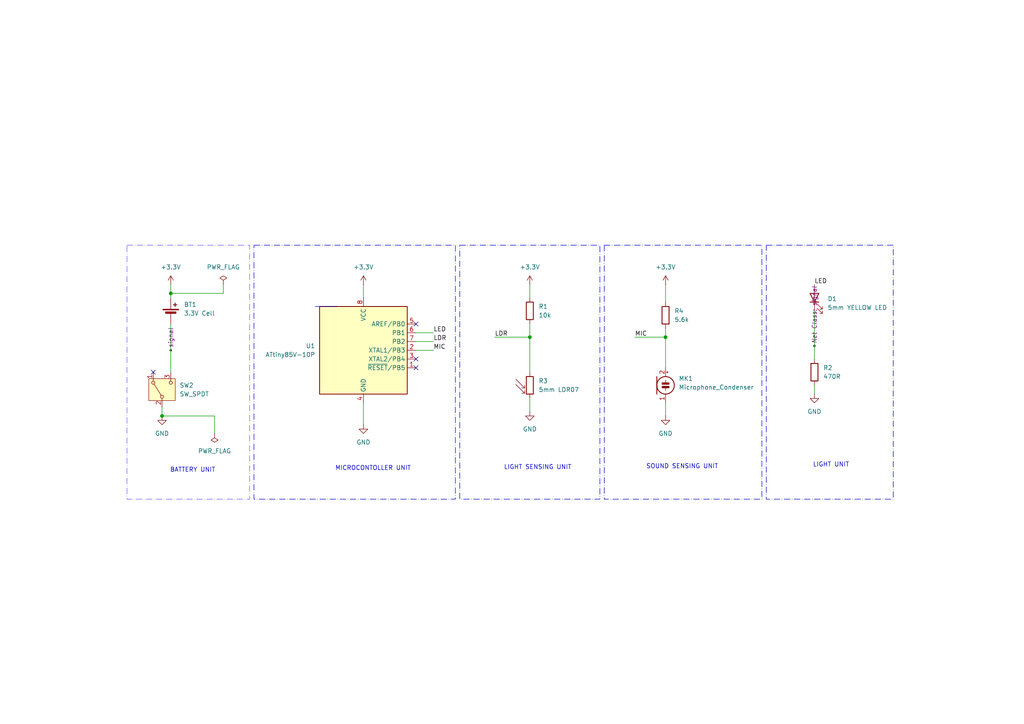
<source format=kicad_sch>
(kicad_sch
	(version 20231120)
	(generator "eeschema")
	(generator_version "8.0")
	(uuid "466270e6-f3dd-407c-b53e-389573e0a797")
	(paper "A4")
	(title_block
		(title "DIGITAL DIYA")
		(date "2024-07-30")
		(rev "V1")
		(company "IRPE; CU")
	)
	(lib_symbols
		(symbol "Device:Battery_Cell"
			(pin_numbers hide)
			(pin_names
				(offset 0) hide)
			(exclude_from_sim no)
			(in_bom yes)
			(on_board yes)
			(property "Reference" "BT"
				(at 2.54 2.54 0)
				(effects
					(font
						(size 1.27 1.27)
					)
					(justify left)
				)
			)
			(property "Value" "Battery_Cell"
				(at 2.54 0 0)
				(effects
					(font
						(size 1.27 1.27)
					)
					(justify left)
				)
			)
			(property "Footprint" ""
				(at 0 1.524 90)
				(effects
					(font
						(size 1.27 1.27)
					)
					(hide yes)
				)
			)
			(property "Datasheet" "~"
				(at 0 1.524 90)
				(effects
					(font
						(size 1.27 1.27)
					)
					(hide yes)
				)
			)
			(property "Description" "Single-cell battery"
				(at 0 0 0)
				(effects
					(font
						(size 1.27 1.27)
					)
					(hide yes)
				)
			)
			(property "ki_keywords" "battery cell"
				(at 0 0 0)
				(effects
					(font
						(size 1.27 1.27)
					)
					(hide yes)
				)
			)
			(symbol "Battery_Cell_0_1"
				(rectangle
					(start -2.286 1.778)
					(end 2.286 1.524)
					(stroke
						(width 0)
						(type default)
					)
					(fill
						(type outline)
					)
				)
				(rectangle
					(start -1.524 1.016)
					(end 1.524 0.508)
					(stroke
						(width 0)
						(type default)
					)
					(fill
						(type outline)
					)
				)
				(polyline
					(pts
						(xy 0 0.762) (xy 0 0)
					)
					(stroke
						(width 0)
						(type default)
					)
					(fill
						(type none)
					)
				)
				(polyline
					(pts
						(xy 0 1.778) (xy 0 2.54)
					)
					(stroke
						(width 0)
						(type default)
					)
					(fill
						(type none)
					)
				)
				(polyline
					(pts
						(xy 0.762 3.048) (xy 1.778 3.048)
					)
					(stroke
						(width 0.254)
						(type default)
					)
					(fill
						(type none)
					)
				)
				(polyline
					(pts
						(xy 1.27 3.556) (xy 1.27 2.54)
					)
					(stroke
						(width 0.254)
						(type default)
					)
					(fill
						(type none)
					)
				)
			)
			(symbol "Battery_Cell_1_1"
				(pin passive line
					(at 0 5.08 270)
					(length 2.54)
					(name "+"
						(effects
							(font
								(size 1.27 1.27)
							)
						)
					)
					(number "1"
						(effects
							(font
								(size 1.27 1.27)
							)
						)
					)
				)
				(pin passive line
					(at 0 -2.54 90)
					(length 2.54)
					(name "-"
						(effects
							(font
								(size 1.27 1.27)
							)
						)
					)
					(number "2"
						(effects
							(font
								(size 1.27 1.27)
							)
						)
					)
				)
			)
		)
		(symbol "Device:LED"
			(pin_numbers hide)
			(pin_names
				(offset 1.016) hide)
			(exclude_from_sim no)
			(in_bom yes)
			(on_board yes)
			(property "Reference" "D"
				(at 0 2.54 0)
				(effects
					(font
						(size 1.27 1.27)
					)
				)
			)
			(property "Value" "LED"
				(at 0 -2.54 0)
				(effects
					(font
						(size 1.27 1.27)
					)
				)
			)
			(property "Footprint" ""
				(at 0 0 0)
				(effects
					(font
						(size 1.27 1.27)
					)
					(hide yes)
				)
			)
			(property "Datasheet" "~"
				(at 0 0 0)
				(effects
					(font
						(size 1.27 1.27)
					)
					(hide yes)
				)
			)
			(property "Description" "Light emitting diode"
				(at 0 0 0)
				(effects
					(font
						(size 1.27 1.27)
					)
					(hide yes)
				)
			)
			(property "ki_keywords" "LED diode"
				(at 0 0 0)
				(effects
					(font
						(size 1.27 1.27)
					)
					(hide yes)
				)
			)
			(property "ki_fp_filters" "LED* LED_SMD:* LED_THT:*"
				(at 0 0 0)
				(effects
					(font
						(size 1.27 1.27)
					)
					(hide yes)
				)
			)
			(symbol "LED_0_1"
				(polyline
					(pts
						(xy -1.27 -1.27) (xy -1.27 1.27)
					)
					(stroke
						(width 0.254)
						(type default)
					)
					(fill
						(type none)
					)
				)
				(polyline
					(pts
						(xy -1.27 0) (xy 1.27 0)
					)
					(stroke
						(width 0)
						(type default)
					)
					(fill
						(type none)
					)
				)
				(polyline
					(pts
						(xy 1.27 -1.27) (xy 1.27 1.27) (xy -1.27 0) (xy 1.27 -1.27)
					)
					(stroke
						(width 0.254)
						(type default)
					)
					(fill
						(type none)
					)
				)
				(polyline
					(pts
						(xy -3.048 -0.762) (xy -4.572 -2.286) (xy -3.81 -2.286) (xy -4.572 -2.286) (xy -4.572 -1.524)
					)
					(stroke
						(width 0)
						(type default)
					)
					(fill
						(type none)
					)
				)
				(polyline
					(pts
						(xy -1.778 -0.762) (xy -3.302 -2.286) (xy -2.54 -2.286) (xy -3.302 -2.286) (xy -3.302 -1.524)
					)
					(stroke
						(width 0)
						(type default)
					)
					(fill
						(type none)
					)
				)
			)
			(symbol "LED_1_1"
				(pin passive line
					(at -3.81 0 0)
					(length 2.54)
					(name "K"
						(effects
							(font
								(size 1.27 1.27)
							)
						)
					)
					(number "1"
						(effects
							(font
								(size 1.27 1.27)
							)
						)
					)
				)
				(pin passive line
					(at 3.81 0 180)
					(length 2.54)
					(name "A"
						(effects
							(font
								(size 1.27 1.27)
							)
						)
					)
					(number "2"
						(effects
							(font
								(size 1.27 1.27)
							)
						)
					)
				)
			)
		)
		(symbol "Device:Microphone_Condenser"
			(pin_names
				(offset 0.0254) hide)
			(exclude_from_sim no)
			(in_bom yes)
			(on_board yes)
			(property "Reference" "MK"
				(at -3.302 1.27 0)
				(effects
					(font
						(size 1.27 1.27)
					)
					(justify right)
				)
			)
			(property "Value" "Microphone_Condenser"
				(at -3.302 -0.635 0)
				(effects
					(font
						(size 1.27 1.27)
					)
					(justify right)
				)
			)
			(property "Footprint" ""
				(at 0 2.54 90)
				(effects
					(font
						(size 1.27 1.27)
					)
					(hide yes)
				)
			)
			(property "Datasheet" "~"
				(at 0 2.54 90)
				(effects
					(font
						(size 1.27 1.27)
					)
					(hide yes)
				)
			)
			(property "Description" "Condenser microphone"
				(at 0 0 0)
				(effects
					(font
						(size 1.27 1.27)
					)
					(hide yes)
				)
			)
			(property "ki_keywords" "capacitance condenser microphone"
				(at 0 0 0)
				(effects
					(font
						(size 1.27 1.27)
					)
					(hide yes)
				)
			)
			(symbol "Microphone_Condenser_0_1"
				(polyline
					(pts
						(xy -2.54 2.54) (xy -2.54 -2.54)
					)
					(stroke
						(width 0.254)
						(type default)
					)
					(fill
						(type none)
					)
				)
				(polyline
					(pts
						(xy 0 -0.762) (xy 0 -1.524)
					)
					(stroke
						(width 0)
						(type default)
					)
					(fill
						(type none)
					)
				)
				(polyline
					(pts
						(xy 0 0.762) (xy 0 1.524)
					)
					(stroke
						(width 0)
						(type default)
					)
					(fill
						(type none)
					)
				)
				(polyline
					(pts
						(xy 0.254 3.81) (xy 0.762 3.81)
					)
					(stroke
						(width 0)
						(type default)
					)
					(fill
						(type none)
					)
				)
				(polyline
					(pts
						(xy 0.508 4.064) (xy 0.508 3.556)
					)
					(stroke
						(width 0)
						(type default)
					)
					(fill
						(type none)
					)
				)
				(circle
					(center 0 0)
					(radius 2.54)
					(stroke
						(width 0.254)
						(type default)
					)
					(fill
						(type none)
					)
				)
				(rectangle
					(start 1.016 -0.254)
					(end -1.016 -0.762)
					(stroke
						(width 0)
						(type default)
					)
					(fill
						(type outline)
					)
				)
				(rectangle
					(start 1.016 0.762)
					(end -1.016 0.254)
					(stroke
						(width 0)
						(type default)
					)
					(fill
						(type outline)
					)
				)
			)
			(symbol "Microphone_Condenser_1_1"
				(pin passive line
					(at 0 -5.08 90)
					(length 2.54)
					(name "-"
						(effects
							(font
								(size 1.27 1.27)
							)
						)
					)
					(number "1"
						(effects
							(font
								(size 1.27 1.27)
							)
						)
					)
				)
				(pin passive line
					(at 0 5.08 270)
					(length 2.54)
					(name "+"
						(effects
							(font
								(size 1.27 1.27)
							)
						)
					)
					(number "2"
						(effects
							(font
								(size 1.27 1.27)
							)
						)
					)
				)
			)
		)
		(symbol "Device:R"
			(pin_numbers hide)
			(pin_names
				(offset 0)
			)
			(exclude_from_sim no)
			(in_bom yes)
			(on_board yes)
			(property "Reference" "R"
				(at 2.032 0 90)
				(effects
					(font
						(size 1.27 1.27)
					)
				)
			)
			(property "Value" "R"
				(at 0 0 90)
				(effects
					(font
						(size 1.27 1.27)
					)
				)
			)
			(property "Footprint" ""
				(at -1.778 0 90)
				(effects
					(font
						(size 1.27 1.27)
					)
					(hide yes)
				)
			)
			(property "Datasheet" "~"
				(at 0 0 0)
				(effects
					(font
						(size 1.27 1.27)
					)
					(hide yes)
				)
			)
			(property "Description" "Resistor"
				(at 0 0 0)
				(effects
					(font
						(size 1.27 1.27)
					)
					(hide yes)
				)
			)
			(property "ki_keywords" "R res resistor"
				(at 0 0 0)
				(effects
					(font
						(size 1.27 1.27)
					)
					(hide yes)
				)
			)
			(property "ki_fp_filters" "R_*"
				(at 0 0 0)
				(effects
					(font
						(size 1.27 1.27)
					)
					(hide yes)
				)
			)
			(symbol "R_0_1"
				(rectangle
					(start -1.016 -2.54)
					(end 1.016 2.54)
					(stroke
						(width 0.254)
						(type default)
					)
					(fill
						(type none)
					)
				)
			)
			(symbol "R_1_1"
				(pin passive line
					(at 0 3.81 270)
					(length 1.27)
					(name "~"
						(effects
							(font
								(size 1.27 1.27)
							)
						)
					)
					(number "1"
						(effects
							(font
								(size 1.27 1.27)
							)
						)
					)
				)
				(pin passive line
					(at 0 -3.81 90)
					(length 1.27)
					(name "~"
						(effects
							(font
								(size 1.27 1.27)
							)
						)
					)
					(number "2"
						(effects
							(font
								(size 1.27 1.27)
							)
						)
					)
				)
			)
		)
		(symbol "MCU_Microchip_ATtiny:ATtiny85V-10P"
			(exclude_from_sim no)
			(in_bom yes)
			(on_board yes)
			(property "Reference" "U"
				(at -12.7 13.97 0)
				(effects
					(font
						(size 1.27 1.27)
					)
					(justify left bottom)
				)
			)
			(property "Value" "ATtiny85V-10P"
				(at 2.54 -13.97 0)
				(effects
					(font
						(size 1.27 1.27)
					)
					(justify left top)
				)
			)
			(property "Footprint" "Package_DIP:DIP-8_W7.62mm"
				(at 0 0 0)
				(effects
					(font
						(size 1.27 1.27)
						(italic yes)
					)
					(hide yes)
				)
			)
			(property "Datasheet" "http://ww1.microchip.com/downloads/en/DeviceDoc/atmel-2586-avr-8-bit-microcontroller-attiny25-attiny45-attiny85_datasheet.pdf"
				(at 0 0 0)
				(effects
					(font
						(size 1.27 1.27)
					)
					(hide yes)
				)
			)
			(property "Description" "10MHz, 8kB Flash, 512B SRAM, 512B EEPROM, debugWIRE, DIP-8"
				(at 0 0 0)
				(effects
					(font
						(size 1.27 1.27)
					)
					(hide yes)
				)
			)
			(property "ki_keywords" "AVR 8bit Microcontroller tinyAVR"
				(at 0 0 0)
				(effects
					(font
						(size 1.27 1.27)
					)
					(hide yes)
				)
			)
			(property "ki_fp_filters" "DIP*W7.62mm*"
				(at 0 0 0)
				(effects
					(font
						(size 1.27 1.27)
					)
					(hide yes)
				)
			)
			(symbol "ATtiny85V-10P_0_1"
				(rectangle
					(start -12.7 -12.7)
					(end 12.7 12.7)
					(stroke
						(width 0.254)
						(type default)
					)
					(fill
						(type background)
					)
				)
			)
			(symbol "ATtiny85V-10P_1_1"
				(pin bidirectional line
					(at 15.24 -5.08 180)
					(length 2.54)
					(name "~{RESET}/PB5"
						(effects
							(font
								(size 1.27 1.27)
							)
						)
					)
					(number "1"
						(effects
							(font
								(size 1.27 1.27)
							)
						)
					)
				)
				(pin bidirectional line
					(at 15.24 0 180)
					(length 2.54)
					(name "XTAL1/PB3"
						(effects
							(font
								(size 1.27 1.27)
							)
						)
					)
					(number "2"
						(effects
							(font
								(size 1.27 1.27)
							)
						)
					)
				)
				(pin bidirectional line
					(at 15.24 -2.54 180)
					(length 2.54)
					(name "XTAL2/PB4"
						(effects
							(font
								(size 1.27 1.27)
							)
						)
					)
					(number "3"
						(effects
							(font
								(size 1.27 1.27)
							)
						)
					)
				)
				(pin power_in line
					(at 0 -15.24 90)
					(length 2.54)
					(name "GND"
						(effects
							(font
								(size 1.27 1.27)
							)
						)
					)
					(number "4"
						(effects
							(font
								(size 1.27 1.27)
							)
						)
					)
				)
				(pin bidirectional line
					(at 15.24 7.62 180)
					(length 2.54)
					(name "AREF/PB0"
						(effects
							(font
								(size 1.27 1.27)
							)
						)
					)
					(number "5"
						(effects
							(font
								(size 1.27 1.27)
							)
						)
					)
				)
				(pin bidirectional line
					(at 15.24 5.08 180)
					(length 2.54)
					(name "PB1"
						(effects
							(font
								(size 1.27 1.27)
							)
						)
					)
					(number "6"
						(effects
							(font
								(size 1.27 1.27)
							)
						)
					)
				)
				(pin bidirectional line
					(at 15.24 2.54 180)
					(length 2.54)
					(name "PB2"
						(effects
							(font
								(size 1.27 1.27)
							)
						)
					)
					(number "7"
						(effects
							(font
								(size 1.27 1.27)
							)
						)
					)
				)
				(pin power_in line
					(at 0 15.24 270)
					(length 2.54)
					(name "VCC"
						(effects
							(font
								(size 1.27 1.27)
							)
						)
					)
					(number "8"
						(effects
							(font
								(size 1.27 1.27)
							)
						)
					)
				)
			)
		)
		(symbol "Sensor_Optical:LDR07"
			(pin_numbers hide)
			(pin_names
				(offset 0)
			)
			(exclude_from_sim no)
			(in_bom yes)
			(on_board yes)
			(property "Reference" "R"
				(at -5.08 0 90)
				(effects
					(font
						(size 1.27 1.27)
					)
				)
			)
			(property "Value" "LDR07"
				(at 1.905 0 90)
				(effects
					(font
						(size 1.27 1.27)
					)
					(justify top)
				)
			)
			(property "Footprint" "OptoDevice:R_LDR_5.1x4.3mm_P3.4mm_Vertical"
				(at 4.445 0 90)
				(effects
					(font
						(size 1.27 1.27)
					)
					(hide yes)
				)
			)
			(property "Datasheet" "http://www.tme.eu/de/Document/f2e3ad76a925811312d226c31da4cd7e/LDR07.pdf"
				(at 0 -1.27 0)
				(effects
					(font
						(size 1.27 1.27)
					)
					(hide yes)
				)
			)
			(property "Description" "light dependent resistor"
				(at 0 0 0)
				(effects
					(font
						(size 1.27 1.27)
					)
					(hide yes)
				)
			)
			(property "ki_keywords" "light dependent photo resistor LDR"
				(at 0 0 0)
				(effects
					(font
						(size 1.27 1.27)
					)
					(hide yes)
				)
			)
			(property "ki_fp_filters" "R*LDR*5.1x4.3mm*P3.4mm*"
				(at 0 0 0)
				(effects
					(font
						(size 1.27 1.27)
					)
					(hide yes)
				)
			)
			(symbol "LDR07_0_1"
				(rectangle
					(start -1.016 2.54)
					(end 1.016 -2.54)
					(stroke
						(width 0.254)
						(type default)
					)
					(fill
						(type none)
					)
				)
				(polyline
					(pts
						(xy -1.524 -2.286) (xy -4.064 0.254)
					)
					(stroke
						(width 0)
						(type default)
					)
					(fill
						(type none)
					)
				)
				(polyline
					(pts
						(xy -1.524 -2.286) (xy -2.286 -2.286)
					)
					(stroke
						(width 0)
						(type default)
					)
					(fill
						(type none)
					)
				)
				(polyline
					(pts
						(xy -1.524 -2.286) (xy -1.524 -1.524)
					)
					(stroke
						(width 0)
						(type default)
					)
					(fill
						(type none)
					)
				)
				(polyline
					(pts
						(xy -1.524 -0.762) (xy -4.064 1.778)
					)
					(stroke
						(width 0)
						(type default)
					)
					(fill
						(type none)
					)
				)
				(polyline
					(pts
						(xy -1.524 -0.762) (xy -2.286 -0.762)
					)
					(stroke
						(width 0)
						(type default)
					)
					(fill
						(type none)
					)
				)
				(polyline
					(pts
						(xy -1.524 -0.762) (xy -1.524 0)
					)
					(stroke
						(width 0)
						(type default)
					)
					(fill
						(type none)
					)
				)
			)
			(symbol "LDR07_1_1"
				(pin passive line
					(at 0 3.81 270)
					(length 1.27)
					(name "~"
						(effects
							(font
								(size 1.27 1.27)
							)
						)
					)
					(number "1"
						(effects
							(font
								(size 1.27 1.27)
							)
						)
					)
				)
				(pin passive line
					(at 0 -3.81 90)
					(length 1.27)
					(name "~"
						(effects
							(font
								(size 1.27 1.27)
							)
						)
					)
					(number "2"
						(effects
							(font
								(size 1.27 1.27)
							)
						)
					)
				)
			)
		)
		(symbol "Switch:SW_SPDT"
			(pin_names
				(offset 0) hide)
			(exclude_from_sim no)
			(in_bom yes)
			(on_board yes)
			(property "Reference" "SW"
				(at 0 5.08 0)
				(effects
					(font
						(size 1.27 1.27)
					)
				)
			)
			(property "Value" "SW_SPDT"
				(at 0 -5.08 0)
				(effects
					(font
						(size 1.27 1.27)
					)
				)
			)
			(property "Footprint" ""
				(at 0 0 0)
				(effects
					(font
						(size 1.27 1.27)
					)
					(hide yes)
				)
			)
			(property "Datasheet" "~"
				(at 0 -7.62 0)
				(effects
					(font
						(size 1.27 1.27)
					)
					(hide yes)
				)
			)
			(property "Description" "Switch, single pole double throw"
				(at 0 0 0)
				(effects
					(font
						(size 1.27 1.27)
					)
					(hide yes)
				)
			)
			(property "ki_keywords" "switch single-pole double-throw spdt ON-ON"
				(at 0 0 0)
				(effects
					(font
						(size 1.27 1.27)
					)
					(hide yes)
				)
			)
			(symbol "SW_SPDT_0_1"
				(circle
					(center -2.032 0)
					(radius 0.4572)
					(stroke
						(width 0)
						(type default)
					)
					(fill
						(type none)
					)
				)
				(polyline
					(pts
						(xy -1.651 0.254) (xy 1.651 2.286)
					)
					(stroke
						(width 0)
						(type default)
					)
					(fill
						(type none)
					)
				)
				(circle
					(center 2.032 -2.54)
					(radius 0.4572)
					(stroke
						(width 0)
						(type default)
					)
					(fill
						(type none)
					)
				)
				(circle
					(center 2.032 2.54)
					(radius 0.4572)
					(stroke
						(width 0)
						(type default)
					)
					(fill
						(type none)
					)
				)
			)
			(symbol "SW_SPDT_1_1"
				(rectangle
					(start -3.175 3.81)
					(end 3.175 -3.81)
					(stroke
						(width 0)
						(type default)
					)
					(fill
						(type background)
					)
				)
				(pin passive line
					(at 5.08 2.54 180)
					(length 2.54)
					(name "A"
						(effects
							(font
								(size 1.27 1.27)
							)
						)
					)
					(number "1"
						(effects
							(font
								(size 1.27 1.27)
							)
						)
					)
				)
				(pin passive line
					(at -5.08 0 0)
					(length 2.54)
					(name "B"
						(effects
							(font
								(size 1.27 1.27)
							)
						)
					)
					(number "2"
						(effects
							(font
								(size 1.27 1.27)
							)
						)
					)
				)
				(pin passive line
					(at 5.08 -2.54 180)
					(length 2.54)
					(name "C"
						(effects
							(font
								(size 1.27 1.27)
							)
						)
					)
					(number "3"
						(effects
							(font
								(size 1.27 1.27)
							)
						)
					)
				)
			)
		)
		(symbol "power:+3.3V"
			(power)
			(pin_numbers hide)
			(pin_names
				(offset 0) hide)
			(exclude_from_sim no)
			(in_bom yes)
			(on_board yes)
			(property "Reference" "#PWR"
				(at 0 -3.81 0)
				(effects
					(font
						(size 1.27 1.27)
					)
					(hide yes)
				)
			)
			(property "Value" "+3.3V"
				(at 0 3.556 0)
				(effects
					(font
						(size 1.27 1.27)
					)
				)
			)
			(property "Footprint" ""
				(at 0 0 0)
				(effects
					(font
						(size 1.27 1.27)
					)
					(hide yes)
				)
			)
			(property "Datasheet" ""
				(at 0 0 0)
				(effects
					(font
						(size 1.27 1.27)
					)
					(hide yes)
				)
			)
			(property "Description" "Power symbol creates a global label with name \"+3.3V\""
				(at 0 0 0)
				(effects
					(font
						(size 1.27 1.27)
					)
					(hide yes)
				)
			)
			(property "ki_keywords" "global power"
				(at 0 0 0)
				(effects
					(font
						(size 1.27 1.27)
					)
					(hide yes)
				)
			)
			(symbol "+3.3V_0_1"
				(polyline
					(pts
						(xy -0.762 1.27) (xy 0 2.54)
					)
					(stroke
						(width 0)
						(type default)
					)
					(fill
						(type none)
					)
				)
				(polyline
					(pts
						(xy 0 0) (xy 0 2.54)
					)
					(stroke
						(width 0)
						(type default)
					)
					(fill
						(type none)
					)
				)
				(polyline
					(pts
						(xy 0 2.54) (xy 0.762 1.27)
					)
					(stroke
						(width 0)
						(type default)
					)
					(fill
						(type none)
					)
				)
			)
			(symbol "+3.3V_1_1"
				(pin power_in line
					(at 0 0 90)
					(length 0)
					(name "~"
						(effects
							(font
								(size 1.27 1.27)
							)
						)
					)
					(number "1"
						(effects
							(font
								(size 1.27 1.27)
							)
						)
					)
				)
			)
		)
		(symbol "power:GND"
			(power)
			(pin_numbers hide)
			(pin_names
				(offset 0) hide)
			(exclude_from_sim no)
			(in_bom yes)
			(on_board yes)
			(property "Reference" "#PWR"
				(at 0 -6.35 0)
				(effects
					(font
						(size 1.27 1.27)
					)
					(hide yes)
				)
			)
			(property "Value" "GND"
				(at 0 -3.81 0)
				(effects
					(font
						(size 1.27 1.27)
					)
				)
			)
			(property "Footprint" ""
				(at 0 0 0)
				(effects
					(font
						(size 1.27 1.27)
					)
					(hide yes)
				)
			)
			(property "Datasheet" ""
				(at 0 0 0)
				(effects
					(font
						(size 1.27 1.27)
					)
					(hide yes)
				)
			)
			(property "Description" "Power symbol creates a global label with name \"GND\" , ground"
				(at 0 0 0)
				(effects
					(font
						(size 1.27 1.27)
					)
					(hide yes)
				)
			)
			(property "ki_keywords" "global power"
				(at 0 0 0)
				(effects
					(font
						(size 1.27 1.27)
					)
					(hide yes)
				)
			)
			(symbol "GND_0_1"
				(polyline
					(pts
						(xy 0 0) (xy 0 -1.27) (xy 1.27 -1.27) (xy 0 -2.54) (xy -1.27 -1.27) (xy 0 -1.27)
					)
					(stroke
						(width 0)
						(type default)
					)
					(fill
						(type none)
					)
				)
			)
			(symbol "GND_1_1"
				(pin power_in line
					(at 0 0 270)
					(length 0)
					(name "~"
						(effects
							(font
								(size 1.27 1.27)
							)
						)
					)
					(number "1"
						(effects
							(font
								(size 1.27 1.27)
							)
						)
					)
				)
			)
		)
		(symbol "power:PWR_FLAG"
			(power)
			(pin_numbers hide)
			(pin_names
				(offset 0) hide)
			(exclude_from_sim no)
			(in_bom yes)
			(on_board yes)
			(property "Reference" "#FLG"
				(at 0 1.905 0)
				(effects
					(font
						(size 1.27 1.27)
					)
					(hide yes)
				)
			)
			(property "Value" "PWR_FLAG"
				(at 0 3.81 0)
				(effects
					(font
						(size 1.27 1.27)
					)
				)
			)
			(property "Footprint" ""
				(at 0 0 0)
				(effects
					(font
						(size 1.27 1.27)
					)
					(hide yes)
				)
			)
			(property "Datasheet" "~"
				(at 0 0 0)
				(effects
					(font
						(size 1.27 1.27)
					)
					(hide yes)
				)
			)
			(property "Description" "Special symbol for telling ERC where power comes from"
				(at 0 0 0)
				(effects
					(font
						(size 1.27 1.27)
					)
					(hide yes)
				)
			)
			(property "ki_keywords" "flag power"
				(at 0 0 0)
				(effects
					(font
						(size 1.27 1.27)
					)
					(hide yes)
				)
			)
			(symbol "PWR_FLAG_0_0"
				(pin power_out line
					(at 0 0 90)
					(length 0)
					(name "~"
						(effects
							(font
								(size 1.27 1.27)
							)
						)
					)
					(number "1"
						(effects
							(font
								(size 1.27 1.27)
							)
						)
					)
				)
			)
			(symbol "PWR_FLAG_0_1"
				(polyline
					(pts
						(xy 0 0) (xy 0 1.27) (xy -1.016 1.905) (xy 0 2.54) (xy 1.016 1.905) (xy 0 1.27)
					)
					(stroke
						(width 0)
						(type default)
					)
					(fill
						(type none)
					)
				)
			)
		)
	)
	(junction
		(at 193.04 97.79)
		(diameter 0)
		(color 0 0 0 0)
		(uuid "27de386e-ac19-4c82-b2d6-3e27765f6f07")
	)
	(junction
		(at 46.99 120.65)
		(diameter 0)
		(color 0 0 0 0)
		(uuid "813979eb-7f81-42cd-89e6-30ac87b6bcee")
	)
	(junction
		(at 153.67 97.79)
		(diameter 0)
		(color 0 0 0 0)
		(uuid "c5aa7ea6-7b03-4f5f-b085-35ad2d089ed4")
	)
	(junction
		(at 49.53 85.09)
		(diameter 0)
		(color 0 0 0 0)
		(uuid "d3c3052d-bccb-4a2b-aaf3-c00a1f3c60a5")
	)
	(no_connect
		(at 120.65 93.98)
		(uuid "0fb09364-fcb4-43fb-90be-2063b2610301")
	)
	(no_connect
		(at 44.45 107.95)
		(uuid "32c574b7-0e0e-43d9-8fdc-d96452d92587")
	)
	(no_connect
		(at 120.65 106.68)
		(uuid "ed7a1586-2a6f-4c7b-8148-7922ae5dc6f6")
	)
	(no_connect
		(at 120.65 104.14)
		(uuid "efea9cef-b2e3-44ec-b31a-20a4d9b08afc")
	)
	(wire
		(pts
			(xy 49.53 85.09) (xy 49.53 86.36)
		)
		(stroke
			(width 0)
			(type default)
		)
		(uuid "0a6c93af-d485-4780-9c97-ce28cd5c6cbe")
	)
	(wire
		(pts
			(xy 120.65 99.06) (xy 125.73 99.06)
		)
		(stroke
			(width 0)
			(type default)
		)
		(uuid "11e6be33-e8fc-4814-8b1d-32b24871775a")
	)
	(wire
		(pts
			(xy 49.53 82.55) (xy 49.53 85.09)
		)
		(stroke
			(width 0)
			(type default)
		)
		(uuid "1c9590cf-57e0-42a2-9511-c9b5d1241ab7")
	)
	(wire
		(pts
			(xy 105.41 82.55) (xy 105.41 86.36)
		)
		(stroke
			(width 0)
			(type default)
		)
		(uuid "213d3ec9-124d-4112-8b47-f585b448f002")
	)
	(wire
		(pts
			(xy 49.53 93.98) (xy 49.53 107.95)
		)
		(stroke
			(width 0)
			(type default)
		)
		(uuid "22464791-51a1-4188-a1af-20b3af24ec38")
	)
	(wire
		(pts
			(xy 120.65 96.52) (xy 125.73 96.52)
		)
		(stroke
			(width 0)
			(type default)
		)
		(uuid "26cfbe8f-5168-4de5-9827-81c6a4059155")
	)
	(wire
		(pts
			(xy 46.99 118.11) (xy 46.99 120.65)
		)
		(stroke
			(width 0)
			(type default)
		)
		(uuid "3451b156-fbea-4b5b-bbee-9a69364a6e8f")
	)
	(wire
		(pts
			(xy 153.67 82.55) (xy 153.67 86.36)
		)
		(stroke
			(width 0)
			(type default)
		)
		(uuid "39b5eaca-5d3a-4275-8fc7-d84f28c1bac6")
	)
	(wire
		(pts
			(xy 105.41 116.84) (xy 105.41 123.19)
		)
		(stroke
			(width 0)
			(type default)
		)
		(uuid "3e88d56b-dd94-434b-a951-0908b6a04cd4")
	)
	(wire
		(pts
			(xy 62.23 120.65) (xy 46.99 120.65)
		)
		(stroke
			(width 0)
			(type default)
		)
		(uuid "4090bc27-b907-4824-8835-4953478808ef")
	)
	(wire
		(pts
			(xy 153.67 97.79) (xy 153.67 107.95)
		)
		(stroke
			(width 0)
			(type default)
		)
		(uuid "49b6b92f-fcac-4817-80c3-d26edecbecde")
	)
	(wire
		(pts
			(xy 153.67 93.98) (xy 153.67 97.79)
		)
		(stroke
			(width 0)
			(type default)
		)
		(uuid "4d273a7f-e0db-43a7-9684-016600bd2683")
	)
	(wire
		(pts
			(xy 193.04 116.84) (xy 193.04 120.65)
		)
		(stroke
			(width 0)
			(type default)
		)
		(uuid "5f417b7e-4bd1-404c-8743-97485624db86")
	)
	(wire
		(pts
			(xy 143.51 97.79) (xy 153.67 97.79)
		)
		(stroke
			(width 0)
			(type default)
		)
		(uuid "66f4e8cd-32d3-4624-ba6b-81300957276a")
	)
	(wire
		(pts
			(xy 62.23 125.73) (xy 62.23 120.65)
		)
		(stroke
			(width 0)
			(type default)
		)
		(uuid "68f21b2b-8faf-40c7-9676-0d2d0980c0ee")
	)
	(wire
		(pts
			(xy 236.22 90.17) (xy 236.22 104.14)
		)
		(stroke
			(width 0)
			(type default)
		)
		(uuid "7b1861ef-add6-4d6e-89cf-710ab25fcaa0")
	)
	(wire
		(pts
			(xy 193.04 97.79) (xy 193.04 106.68)
		)
		(stroke
			(width 0)
			(type default)
		)
		(uuid "9d948ecb-3de1-4c84-9560-81fa2d1ed88f")
	)
	(wire
		(pts
			(xy 193.04 82.55) (xy 193.04 87.63)
		)
		(stroke
			(width 0)
			(type default)
		)
		(uuid "9ffe665d-7c22-4067-bede-fc1c3dfb4c04")
	)
	(wire
		(pts
			(xy 193.04 95.25) (xy 193.04 97.79)
		)
		(stroke
			(width 0)
			(type default)
		)
		(uuid "b37fea5f-6af0-4b60-b9fc-67e46708e183")
	)
	(wire
		(pts
			(xy 64.77 82.55) (xy 64.77 85.09)
		)
		(stroke
			(width 0)
			(type default)
		)
		(uuid "b5a5d60c-acf4-4167-89b8-3878258edf16")
	)
	(wire
		(pts
			(xy 64.77 85.09) (xy 49.53 85.09)
		)
		(stroke
			(width 0)
			(type default)
		)
		(uuid "b83c4448-8aa9-4f70-be71-f76e50356ee2")
	)
	(wire
		(pts
			(xy 120.65 101.6) (xy 125.73 101.6)
		)
		(stroke
			(width 0)
			(type default)
		)
		(uuid "c7432b9d-250e-4f19-b681-8d615dce72dd")
	)
	(wire
		(pts
			(xy 153.67 115.57) (xy 153.67 119.38)
		)
		(stroke
			(width 0)
			(type default)
		)
		(uuid "dfdaf90d-b8e9-46d4-b029-1a4c7e9424f5")
	)
	(wire
		(pts
			(xy 184.15 97.79) (xy 193.04 97.79)
		)
		(stroke
			(width 0)
			(type default)
		)
		(uuid "e0f728b7-de42-4c7b-92c7-962376adddb5")
	)
	(wire
		(pts
			(xy 236.22 111.76) (xy 236.22 114.3)
		)
		(stroke
			(width 0)
			(type default)
		)
		(uuid "ecd71c6b-2b64-4a98-a85e-3ed77f7f2c3f")
	)
	(rectangle
		(start 73.66 71.12)
		(end 132.08 144.78)
		(stroke
			(width 0)
			(type dash_dot)
		)
		(fill
			(type none)
		)
		(uuid 1c1501cf-ceff-4a0c-8e28-484871654247)
	)
	(rectangle
		(start 133.35 71.12)
		(end 173.99 144.78)
		(stroke
			(width 0)
			(type dash_dot)
		)
		(fill
			(type none)
		)
		(uuid 50f9704c-47d8-4aa3-af7c-5a49c89102e0)
	)
	(rectangle
		(start 91.44 88.9)
		(end 97.79 88.9)
		(stroke
			(width 0)
			(type default)
		)
		(fill
			(type none)
		)
		(uuid 5b924f89-3196-4b4c-86bd-9eb2d27d185e)
	)
	(rectangle
		(start 222.25 71.12)
		(end 259.08 144.78)
		(stroke
			(width 0)
			(type dash_dot)
		)
		(fill
			(type none)
		)
		(uuid 91b10b61-09f5-41a5-9467-b97ceaabb50c)
	)
	(rectangle
		(start 63.5 77.47)
		(end 63.5 77.47)
		(stroke
			(width 0)
			(type default)
		)
		(fill
			(type none)
		)
		(uuid a5ec8966-ca00-4379-94b9-d1217532feb6)
	)
	(rectangle
		(start 175.26 71.12)
		(end 220.98 144.78)
		(stroke
			(width 0)
			(type dash_dot)
		)
		(fill
			(type none)
		)
		(uuid b862059a-3cd5-4ed5-ae75-e8d58f92193c)
	)
	(rectangle
		(start 36.83 71.12)
		(end 72.39 144.78)
		(stroke
			(width 0)
			(type dash_dot)
			(color 119 84 255 1)
		)
		(fill
			(type none)
		)
		(uuid bc387fd2-437a-4a02-b039-8dd78f8ec083)
	)
	(text "LIGHT UNIT"
		(exclude_from_sim no)
		(at 241.046 134.874 0)
		(effects
			(font
				(size 1.27 1.27)
			)
		)
		(uuid "95683453-64a0-4c47-8ea0-b2d6767ebd07")
	)
	(text "SOUND SENSING UNIT"
		(exclude_from_sim no)
		(at 197.866 135.382 0)
		(effects
			(font
				(size 1.27 1.27)
			)
		)
		(uuid "bdf8912c-07b5-47be-9f0c-61e336a485ff")
	)
	(text "LIGHT SENSING UNIT"
		(exclude_from_sim no)
		(at 155.956 135.636 0)
		(effects
			(font
				(size 1.27 1.27)
			)
		)
		(uuid "d878b423-e3db-46e4-b2a7-736cd887a97f")
	)
	(text "MICROCONTOLLER UNIT"
		(exclude_from_sim no)
		(at 108.204 135.89 0)
		(effects
			(font
				(size 1.27 1.27)
			)
		)
		(uuid "e27b0e69-efec-42d6-b614-e176e5b90bb7")
	)
	(text "BATTERY UNIT"
		(exclude_from_sim no)
		(at 55.88 136.398 0)
		(effects
			(font
				(size 1.27 1.27)
			)
		)
		(uuid "f3dabfe9-a85b-4ea1-8a38-8edab8e73916")
	)
	(label "LED"
		(at 125.73 96.52 0)
		(fields_autoplaced yes)
		(effects
			(font
				(size 1.27 1.27)
			)
			(justify left bottom)
		)
		(uuid "414b18ec-bd8a-4b0f-9edb-04fee61db587")
	)
	(label "LED"
		(at 236.22 82.55 0)
		(fields_autoplaced yes)
		(effects
			(font
				(size 1.27 1.27)
			)
			(justify left bottom)
		)
		(uuid "46b49808-fa27-41df-b177-6d88c01ac787")
	)
	(label "LDR"
		(at 143.51 97.79 0)
		(fields_autoplaced yes)
		(effects
			(font
				(size 1.27 1.27)
			)
			(justify left bottom)
		)
		(uuid "53f3c950-a3c9-4038-b0ee-7f7a7164538c")
	)
	(label "MIC"
		(at 184.15 97.79 0)
		(fields_autoplaced yes)
		(effects
			(font
				(size 1.27 1.27)
			)
			(justify left bottom)
		)
		(uuid "8afc328a-9b2e-4dd5-b772-6c5f619e1c2e")
	)
	(label "LDR"
		(at 125.73 99.06 0)
		(fields_autoplaced yes)
		(effects
			(font
				(size 1.27 1.27)
			)
			(justify left bottom)
		)
		(uuid "d81655ba-e938-4acd-8cd5-36de9e38f81c")
	)
	(label "MIC"
		(at 125.73 101.6 0)
		(fields_autoplaced yes)
		(effects
			(font
				(size 1.27 1.27)
			)
			(justify left bottom)
		)
		(uuid "f22b95ae-bf0b-4760-824a-5dfa211704e1")
	)
	(netclass_flag ""
		(length 0.0102)
		(shape dot)
		(at 49.53 101.6 270)
		(fields_autoplaced yes)
		(effects
			(font
				(size 1.27 1.27)
			)
			(justify right bottom)
		)
		(uuid "6aa46cc5-345a-418c-8d6a-9a8f88103d8f")
		(property "Netclass" "signal"
			(at 49.5402 100.9015 90)
			(effects
				(font
					(size 1.27 1.27)
					(italic yes)
				)
				(justify left)
			)
		)
	)
	(netclass_flag ""
		(length 0.0102)
		(shape dot)
		(at 236.22 100.33 270)
		(fields_autoplaced yes)
		(effects
			(font
				(size 1.27 1.27)
			)
			(justify right bottom)
		)
		(uuid "cecec362-9f48-4ab6-bde0-53377e373821")
		(property "Netclass" "signal"
			(at 236.2302 99.6315 90)
			(show_name yes)
			(effects
				(font
					(size 1.27 1.27)
					(italic yes)
				)
				(justify left)
			)
		)
	)
	(symbol
		(lib_id "power:GND")
		(at 193.04 120.65 0)
		(unit 1)
		(exclude_from_sim no)
		(in_bom yes)
		(on_board yes)
		(dnp no)
		(fields_autoplaced yes)
		(uuid "2a2b9afe-b7a0-4297-9ab8-a7a49c935363")
		(property "Reference" "#PWR08"
			(at 193.04 127 0)
			(effects
				(font
					(size 1.27 1.27)
				)
				(hide yes)
			)
		)
		(property "Value" "GND"
			(at 193.04 125.73 0)
			(effects
				(font
					(size 1.27 1.27)
				)
			)
		)
		(property "Footprint" ""
			(at 193.04 120.65 0)
			(effects
				(font
					(size 1.27 1.27)
				)
				(hide yes)
			)
		)
		(property "Datasheet" ""
			(at 193.04 120.65 0)
			(effects
				(font
					(size 1.27 1.27)
				)
				(hide yes)
			)
		)
		(property "Description" "Power symbol creates a global label with name \"GND\" , ground"
			(at 193.04 120.65 0)
			(effects
				(font
					(size 1.27 1.27)
				)
				(hide yes)
			)
		)
		(pin "1"
			(uuid "85584eda-befc-48cf-a640-2103a702ebbd")
		)
		(instances
			(project ""
				(path "/466270e6-f3dd-407c-b53e-389573e0a797"
					(reference "#PWR08")
					(unit 1)
				)
			)
		)
	)
	(symbol
		(lib_id "power:+3.3V")
		(at 153.67 82.55 0)
		(unit 1)
		(exclude_from_sim no)
		(in_bom yes)
		(on_board yes)
		(dnp no)
		(fields_autoplaced yes)
		(uuid "2baceaff-aa58-4371-886d-8e1bdc67a958")
		(property "Reference" "#PWR04"
			(at 153.67 86.36 0)
			(effects
				(font
					(size 1.27 1.27)
				)
				(hide yes)
			)
		)
		(property "Value" "+3.3V"
			(at 153.67 77.47 0)
			(effects
				(font
					(size 1.27 1.27)
				)
			)
		)
		(property "Footprint" ""
			(at 153.67 82.55 0)
			(effects
				(font
					(size 1.27 1.27)
				)
				(hide yes)
			)
		)
		(property "Datasheet" ""
			(at 153.67 82.55 0)
			(effects
				(font
					(size 1.27 1.27)
				)
				(hide yes)
			)
		)
		(property "Description" "Power symbol creates a global label with name \"+3.3V\""
			(at 153.67 82.55 0)
			(effects
				(font
					(size 1.27 1.27)
				)
				(hide yes)
			)
		)
		(pin "1"
			(uuid "0f6c4c90-fea8-4367-9178-49b4070a1b7a")
		)
		(instances
			(project ""
				(path "/466270e6-f3dd-407c-b53e-389573e0a797"
					(reference "#PWR04")
					(unit 1)
				)
			)
		)
	)
	(symbol
		(lib_id "power:GND")
		(at 236.22 114.3 0)
		(unit 1)
		(exclude_from_sim no)
		(in_bom yes)
		(on_board yes)
		(dnp no)
		(fields_autoplaced yes)
		(uuid "4d11dcbf-235e-4bb2-b130-6bf78924e70d")
		(property "Reference" "#PWR09"
			(at 236.22 120.65 0)
			(effects
				(font
					(size 1.27 1.27)
				)
				(hide yes)
			)
		)
		(property "Value" "GND"
			(at 236.22 119.38 0)
			(effects
				(font
					(size 1.27 1.27)
				)
			)
		)
		(property "Footprint" ""
			(at 236.22 114.3 0)
			(effects
				(font
					(size 1.27 1.27)
				)
				(hide yes)
			)
		)
		(property "Datasheet" ""
			(at 236.22 114.3 0)
			(effects
				(font
					(size 1.27 1.27)
				)
				(hide yes)
			)
		)
		(property "Description" "Power symbol creates a global label with name \"GND\" , ground"
			(at 236.22 114.3 0)
			(effects
				(font
					(size 1.27 1.27)
				)
				(hide yes)
			)
		)
		(pin "1"
			(uuid "12c684cb-1cc5-478a-8aaa-d6615891b4e7")
		)
		(instances
			(project ""
				(path "/466270e6-f3dd-407c-b53e-389573e0a797"
					(reference "#PWR09")
					(unit 1)
				)
			)
		)
	)
	(symbol
		(lib_id "Device:Battery_Cell")
		(at 49.53 91.44 0)
		(unit 1)
		(exclude_from_sim no)
		(in_bom yes)
		(on_board yes)
		(dnp no)
		(fields_autoplaced yes)
		(uuid "531504dd-99bf-4e28-ad03-0d877794997d")
		(property "Reference" "BT1"
			(at 53.34 88.3284 0)
			(effects
				(font
					(size 1.27 1.27)
				)
				(justify left)
			)
		)
		(property "Value" "3.3V Cell"
			(at 53.34 90.8684 0)
			(effects
				(font
					(size 1.27 1.27)
				)
				(justify left)
			)
		)
		(property "Footprint" "Battery:BatteryHolder_ComfortableElectronic_CH273-2450_1x2450"
			(at 49.53 89.916 90)
			(effects
				(font
					(size 1.27 1.27)
				)
				(hide yes)
			)
		)
		(property "Datasheet" "~"
			(at 49.53 89.916 90)
			(effects
				(font
					(size 1.27 1.27)
				)
				(hide yes)
			)
		)
		(property "Description" "Single-cell battery"
			(at 49.53 91.44 0)
			(effects
				(font
					(size 1.27 1.27)
				)
				(hide yes)
			)
		)
		(pin "2"
			(uuid "f50e6b2f-b956-46e3-bf72-7616f33afe54")
		)
		(pin "1"
			(uuid "d6be3d0f-d424-4f23-bfc8-f9db116f43a3")
		)
		(instances
			(project ""
				(path "/466270e6-f3dd-407c-b53e-389573e0a797"
					(reference "BT1")
					(unit 1)
				)
			)
		)
	)
	(symbol
		(lib_id "power:+3.3V")
		(at 193.04 82.55 0)
		(unit 1)
		(exclude_from_sim no)
		(in_bom yes)
		(on_board yes)
		(dnp no)
		(fields_autoplaced yes)
		(uuid "5a38b45a-2101-45cf-a34c-db6038607354")
		(property "Reference" "#PWR05"
			(at 193.04 86.36 0)
			(effects
				(font
					(size 1.27 1.27)
				)
				(hide yes)
			)
		)
		(property "Value" "+3.3V"
			(at 193.04 77.47 0)
			(effects
				(font
					(size 1.27 1.27)
				)
			)
		)
		(property "Footprint" ""
			(at 193.04 82.55 0)
			(effects
				(font
					(size 1.27 1.27)
				)
				(hide yes)
			)
		)
		(property "Datasheet" ""
			(at 193.04 82.55 0)
			(effects
				(font
					(size 1.27 1.27)
				)
				(hide yes)
			)
		)
		(property "Description" "Power symbol creates a global label with name \"+3.3V\""
			(at 193.04 82.55 0)
			(effects
				(font
					(size 1.27 1.27)
				)
				(hide yes)
			)
		)
		(pin "1"
			(uuid "96581d01-a7b5-4fb4-8476-43966bae8d61")
		)
		(instances
			(project ""
				(path "/466270e6-f3dd-407c-b53e-389573e0a797"
					(reference "#PWR05")
					(unit 1)
				)
			)
		)
	)
	(symbol
		(lib_id "power:GND")
		(at 105.41 123.19 0)
		(unit 1)
		(exclude_from_sim no)
		(in_bom yes)
		(on_board yes)
		(dnp no)
		(fields_autoplaced yes)
		(uuid "628b5e9b-51fe-4a37-baf2-b633a5f22908")
		(property "Reference" "#PWR01"
			(at 105.41 129.54 0)
			(effects
				(font
					(size 1.27 1.27)
				)
				(hide yes)
			)
		)
		(property "Value" "GND"
			(at 105.41 128.27 0)
			(effects
				(font
					(size 1.27 1.27)
				)
			)
		)
		(property "Footprint" ""
			(at 105.41 123.19 0)
			(effects
				(font
					(size 1.27 1.27)
				)
				(hide yes)
			)
		)
		(property "Datasheet" ""
			(at 105.41 123.19 0)
			(effects
				(font
					(size 1.27 1.27)
				)
				(hide yes)
			)
		)
		(property "Description" "Power symbol creates a global label with name \"GND\" , ground"
			(at 105.41 123.19 0)
			(effects
				(font
					(size 1.27 1.27)
				)
				(hide yes)
			)
		)
		(pin "1"
			(uuid "837a7688-8300-45ea-92cf-662b095394ba")
		)
		(instances
			(project ""
				(path "/466270e6-f3dd-407c-b53e-389573e0a797"
					(reference "#PWR01")
					(unit 1)
				)
			)
		)
	)
	(symbol
		(lib_id "power:GND")
		(at 46.99 120.65 0)
		(unit 1)
		(exclude_from_sim no)
		(in_bom yes)
		(on_board yes)
		(dnp no)
		(fields_autoplaced yes)
		(uuid "782b1643-673b-45fc-9017-4464b51e602d")
		(property "Reference" "#PWR06"
			(at 46.99 127 0)
			(effects
				(font
					(size 1.27 1.27)
				)
				(hide yes)
			)
		)
		(property "Value" "GND"
			(at 46.99 125.73 0)
			(effects
				(font
					(size 1.27 1.27)
				)
			)
		)
		(property "Footprint" ""
			(at 46.99 120.65 0)
			(effects
				(font
					(size 1.27 1.27)
				)
				(hide yes)
			)
		)
		(property "Datasheet" ""
			(at 46.99 120.65 0)
			(effects
				(font
					(size 1.27 1.27)
				)
				(hide yes)
			)
		)
		(property "Description" "Power symbol creates a global label with name \"GND\" , ground"
			(at 46.99 120.65 0)
			(effects
				(font
					(size 1.27 1.27)
				)
				(hide yes)
			)
		)
		(pin "1"
			(uuid "2d26ee7f-fe51-40cd-8507-4566c8759366")
		)
		(instances
			(project ""
				(path "/466270e6-f3dd-407c-b53e-389573e0a797"
					(reference "#PWR06")
					(unit 1)
				)
			)
		)
	)
	(symbol
		(lib_id "MCU_Microchip_ATtiny:ATtiny85V-10P")
		(at 105.41 101.6 0)
		(unit 1)
		(exclude_from_sim no)
		(in_bom yes)
		(on_board yes)
		(dnp no)
		(fields_autoplaced yes)
		(uuid "7ddd421e-3787-449a-9b83-b205d9c92e93")
		(property "Reference" "U1"
			(at 91.44 100.3299 0)
			(effects
				(font
					(size 1.27 1.27)
				)
				(justify right)
			)
		)
		(property "Value" "ATtiny85V-10P"
			(at 91.44 102.8699 0)
			(effects
				(font
					(size 1.27 1.27)
				)
				(justify right)
			)
		)
		(property "Footprint" "Package_DIP:DIP-8_W7.62mm"
			(at 105.41 101.6 0)
			(effects
				(font
					(size 1.27 1.27)
					(italic yes)
				)
				(hide yes)
			)
		)
		(property "Datasheet" "http://ww1.microchip.com/downloads/en/DeviceDoc/atmel-2586-avr-8-bit-microcontroller-attiny25-attiny45-attiny85_datasheet.pdf"
			(at 105.41 101.6 0)
			(effects
				(font
					(size 1.27 1.27)
				)
				(hide yes)
			)
		)
		(property "Description" "10MHz, 8kB Flash, 512B SRAM, 512B EEPROM, debugWIRE, DIP-8"
			(at 105.41 101.6 0)
			(effects
				(font
					(size 1.27 1.27)
				)
				(hide yes)
			)
		)
		(pin "7"
			(uuid "4aca05d4-8d9a-47a7-a588-b91365fd271a")
		)
		(pin "5"
			(uuid "3f7836c0-3de4-4b08-9699-12f88faebc40")
		)
		(pin "3"
			(uuid "3d468207-9417-4850-b13a-8381a00f31d0")
		)
		(pin "4"
			(uuid "46348721-cee5-498b-b0d9-1f03289a21b3")
		)
		(pin "8"
			(uuid "7a5dee37-9667-4648-a205-b862db38cb42")
		)
		(pin "2"
			(uuid "553b5b37-f1b0-46e2-8e78-e123bfc3af62")
		)
		(pin "6"
			(uuid "157e6868-c994-4573-a20a-879036c5763f")
		)
		(pin "1"
			(uuid "fa2c2453-23fc-4367-ac10-e4cc2511e41d")
		)
		(instances
			(project ""
				(path "/466270e6-f3dd-407c-b53e-389573e0a797"
					(reference "U1")
					(unit 1)
				)
			)
		)
	)
	(symbol
		(lib_id "power:GND")
		(at 153.67 119.38 0)
		(unit 1)
		(exclude_from_sim no)
		(in_bom yes)
		(on_board yes)
		(dnp no)
		(fields_autoplaced yes)
		(uuid "8db057c9-e278-4b98-a1bb-250c0f6d4023")
		(property "Reference" "#PWR07"
			(at 153.67 125.73 0)
			(effects
				(font
					(size 1.27 1.27)
				)
				(hide yes)
			)
		)
		(property "Value" "GND"
			(at 153.67 124.46 0)
			(effects
				(font
					(size 1.27 1.27)
				)
			)
		)
		(property "Footprint" ""
			(at 153.67 119.38 0)
			(effects
				(font
					(size 1.27 1.27)
				)
				(hide yes)
			)
		)
		(property "Datasheet" ""
			(at 153.67 119.38 0)
			(effects
				(font
					(size 1.27 1.27)
				)
				(hide yes)
			)
		)
		(property "Description" "Power symbol creates a global label with name \"GND\" , ground"
			(at 153.67 119.38 0)
			(effects
				(font
					(size 1.27 1.27)
				)
				(hide yes)
			)
		)
		(pin "1"
			(uuid "890ce60b-806a-4f34-afb5-dff74804633c")
		)
		(instances
			(project ""
				(path "/466270e6-f3dd-407c-b53e-389573e0a797"
					(reference "#PWR07")
					(unit 1)
				)
			)
		)
	)
	(symbol
		(lib_id "power:+3.3V")
		(at 49.53 82.55 0)
		(unit 1)
		(exclude_from_sim no)
		(in_bom yes)
		(on_board yes)
		(dnp no)
		(fields_autoplaced yes)
		(uuid "900def5c-81b8-48aa-9cb9-5cc032709f69")
		(property "Reference" "#PWR03"
			(at 49.53 86.36 0)
			(effects
				(font
					(size 1.27 1.27)
				)
				(hide yes)
			)
		)
		(property "Value" "+3.3V"
			(at 49.53 77.47 0)
			(effects
				(font
					(size 1.27 1.27)
				)
			)
		)
		(property "Footprint" ""
			(at 49.53 82.55 0)
			(effects
				(font
					(size 1.27 1.27)
				)
				(hide yes)
			)
		)
		(property "Datasheet" ""
			(at 49.53 82.55 0)
			(effects
				(font
					(size 1.27 1.27)
				)
				(hide yes)
			)
		)
		(property "Description" "Power symbol creates a global label with name \"+3.3V\""
			(at 49.53 82.55 0)
			(effects
				(font
					(size 1.27 1.27)
				)
				(hide yes)
			)
		)
		(pin "1"
			(uuid "0f5f746d-b55e-4a38-ba85-f5c1e669d54f")
		)
		(instances
			(project ""
				(path "/466270e6-f3dd-407c-b53e-389573e0a797"
					(reference "#PWR03")
					(unit 1)
				)
			)
		)
	)
	(symbol
		(lib_id "Device:R")
		(at 236.22 107.95 0)
		(unit 1)
		(exclude_from_sim no)
		(in_bom yes)
		(on_board yes)
		(dnp no)
		(fields_autoplaced yes)
		(uuid "9b867795-1233-426d-948e-cb0e0e43b81e")
		(property "Reference" "R2"
			(at 238.76 106.6799 0)
			(effects
				(font
					(size 1.27 1.27)
				)
				(justify left)
			)
		)
		(property "Value" "470R"
			(at 238.76 109.2199 0)
			(effects
				(font
					(size 1.27 1.27)
				)
				(justify left)
			)
		)
		(property "Footprint" "Resistor_THT:R_Axial_DIN0207_L6.3mm_D2.5mm_P15.24mm_Horizontal"
			(at 234.442 107.95 90)
			(effects
				(font
					(size 1.27 1.27)
				)
				(hide yes)
			)
		)
		(property "Datasheet" "~"
			(at 236.22 107.95 0)
			(effects
				(font
					(size 1.27 1.27)
				)
				(hide yes)
			)
		)
		(property "Description" "Resistor"
			(at 236.22 107.95 0)
			(effects
				(font
					(size 1.27 1.27)
				)
				(hide yes)
			)
		)
		(pin "2"
			(uuid "eb4147fa-8e91-41d0-afdc-293f62a7d02b")
		)
		(pin "1"
			(uuid "619ea948-123c-479c-b2d8-d27c7c440dfe")
		)
		(instances
			(project ""
				(path "/466270e6-f3dd-407c-b53e-389573e0a797"
					(reference "R2")
					(unit 1)
				)
			)
		)
	)
	(symbol
		(lib_id "power:+3.3V")
		(at 105.41 82.55 0)
		(unit 1)
		(exclude_from_sim no)
		(in_bom yes)
		(on_board yes)
		(dnp no)
		(fields_autoplaced yes)
		(uuid "ac9598ea-d4e0-4fb6-ad3c-b8a3b2384700")
		(property "Reference" "#PWR02"
			(at 105.41 86.36 0)
			(effects
				(font
					(size 1.27 1.27)
				)
				(hide yes)
			)
		)
		(property "Value" "+3.3V"
			(at 105.41 77.47 0)
			(effects
				(font
					(size 1.27 1.27)
				)
			)
		)
		(property "Footprint" ""
			(at 105.41 82.55 0)
			(effects
				(font
					(size 1.27 1.27)
				)
				(hide yes)
			)
		)
		(property "Datasheet" ""
			(at 105.41 82.55 0)
			(effects
				(font
					(size 1.27 1.27)
				)
				(hide yes)
			)
		)
		(property "Description" "Power symbol creates a global label with name \"+3.3V\""
			(at 105.41 82.55 0)
			(effects
				(font
					(size 1.27 1.27)
				)
				(hide yes)
			)
		)
		(pin "1"
			(uuid "1450d937-f08e-4e50-9c5d-78096a101a3d")
		)
		(instances
			(project ""
				(path "/466270e6-f3dd-407c-b53e-389573e0a797"
					(reference "#PWR02")
					(unit 1)
				)
			)
		)
	)
	(symbol
		(lib_id "Switch:SW_SPDT")
		(at 46.99 113.03 90)
		(unit 1)
		(exclude_from_sim no)
		(in_bom yes)
		(on_board yes)
		(dnp no)
		(fields_autoplaced yes)
		(uuid "b3b1c5f7-06fd-40ee-8dd6-254b053e0e03")
		(property "Reference" "SW2"
			(at 52.07 111.7599 90)
			(effects
				(font
					(size 1.27 1.27)
				)
				(justify right)
			)
		)
		(property "Value" "SW_SPDT"
			(at 52.07 114.2999 90)
			(effects
				(font
					(size 1.27 1.27)
				)
				(justify right)
			)
		)
		(property "Footprint" "Button_Switch_THT:SW_Slide_SPDT_Angled_CK_OS102011MA1Q"
			(at 46.99 113.03 0)
			(effects
				(font
					(size 1.27 1.27)
				)
				(hide yes)
			)
		)
		(property "Datasheet" "~"
			(at 54.61 113.03 0)
			(effects
				(font
					(size 1.27 1.27)
				)
				(hide yes)
			)
		)
		(property "Description" "Switch, single pole double throw"
			(at 46.99 113.03 0)
			(effects
				(font
					(size 1.27 1.27)
				)
				(hide yes)
			)
		)
		(pin "3"
			(uuid "7d6ad9a6-b75c-495c-baa8-8bfa5f550435")
		)
		(pin "1"
			(uuid "f7a721af-8329-4ae7-b9dc-d4ada73c2315")
		)
		(pin "2"
			(uuid "3c95ac81-bbe1-4168-8e48-a911d3985d65")
		)
		(instances
			(project ""
				(path "/466270e6-f3dd-407c-b53e-389573e0a797"
					(reference "SW2")
					(unit 1)
				)
			)
		)
	)
	(symbol
		(lib_id "Device:R")
		(at 153.67 90.17 0)
		(unit 1)
		(exclude_from_sim no)
		(in_bom yes)
		(on_board yes)
		(dnp no)
		(fields_autoplaced yes)
		(uuid "c4368de1-8aeb-47de-a567-e73008a1f93b")
		(property "Reference" "R1"
			(at 156.21 88.8999 0)
			(effects
				(font
					(size 1.27 1.27)
				)
				(justify left)
			)
		)
		(property "Value" "10k"
			(at 156.21 91.4399 0)
			(effects
				(font
					(size 1.27 1.27)
				)
				(justify left)
			)
		)
		(property "Footprint" "Resistor_THT:R_Axial_DIN0207_L6.3mm_D2.5mm_P15.24mm_Horizontal"
			(at 151.892 90.17 90)
			(effects
				(font
					(size 1.27 1.27)
				)
				(hide yes)
			)
		)
		(property "Datasheet" "~"
			(at 153.67 90.17 0)
			(effects
				(font
					(size 1.27 1.27)
				)
				(hide yes)
			)
		)
		(property "Description" "Resistor"
			(at 153.67 90.17 0)
			(effects
				(font
					(size 1.27 1.27)
				)
				(hide yes)
			)
		)
		(pin "2"
			(uuid "481517e6-46c9-41f1-ae50-b8aa5f5430c5")
		)
		(pin "1"
			(uuid "c922560d-4c83-4d71-9a86-5f16f2f9122e")
		)
		(instances
			(project ""
				(path "/466270e6-f3dd-407c-b53e-389573e0a797"
					(reference "R1")
					(unit 1)
				)
			)
		)
	)
	(symbol
		(lib_id "Device:Microphone_Condenser")
		(at 193.04 111.76 0)
		(unit 1)
		(exclude_from_sim no)
		(in_bom yes)
		(on_board yes)
		(dnp no)
		(fields_autoplaced yes)
		(uuid "c58e1a5c-d64d-45b9-a332-0b1f4123d165")
		(property "Reference" "MK1"
			(at 196.85 109.7914 0)
			(effects
				(font
					(size 1.27 1.27)
				)
				(justify left)
			)
		)
		(property "Value" "Microphone_Condenser"
			(at 196.85 112.3314 0)
			(effects
				(font
					(size 1.27 1.27)
				)
				(justify left)
			)
		)
		(property "Footprint" "Connector_PinHeader_2.54mm:PinHeader_1x02_P2.54mm_Vertical"
			(at 193.04 109.22 90)
			(effects
				(font
					(size 1.27 1.27)
				)
				(hide yes)
			)
		)
		(property "Datasheet" "~"
			(at 193.04 109.22 90)
			(effects
				(font
					(size 1.27 1.27)
				)
				(hide yes)
			)
		)
		(property "Description" "Condenser microphone"
			(at 193.04 111.76 0)
			(effects
				(font
					(size 1.27 1.27)
				)
				(hide yes)
			)
		)
		(pin "2"
			(uuid "d3eb4e40-8126-4204-a6ec-a80252cff317")
		)
		(pin "1"
			(uuid "d0893846-e1a6-46a5-a4e3-c923d6c305b5")
		)
		(instances
			(project ""
				(path "/466270e6-f3dd-407c-b53e-389573e0a797"
					(reference "MK1")
					(unit 1)
				)
			)
		)
	)
	(symbol
		(lib_id "Sensor_Optical:LDR07")
		(at 153.67 111.76 0)
		(unit 1)
		(exclude_from_sim no)
		(in_bom yes)
		(on_board yes)
		(dnp no)
		(fields_autoplaced yes)
		(uuid "d1453110-10a4-4ba9-90b4-f95124734bf6")
		(property "Reference" "R3"
			(at 156.21 110.4899 0)
			(effects
				(font
					(size 1.27 1.27)
				)
				(justify left)
			)
		)
		(property "Value" "5mm LDR07"
			(at 156.21 113.0299 0)
			(effects
				(font
					(size 1.27 1.27)
				)
				(justify left)
			)
		)
		(property "Footprint" "OptoDevice:R_LDR_5.1x4.3mm_P3.4mm_Vertical"
			(at 158.115 111.76 90)
			(effects
				(font
					(size 1.27 1.27)
				)
				(hide yes)
			)
		)
		(property "Datasheet" "http://www.tme.eu/de/Document/f2e3ad76a925811312d226c31da4cd7e/LDR07.pdf"
			(at 153.67 113.03 0)
			(effects
				(font
					(size 1.27 1.27)
				)
				(hide yes)
			)
		)
		(property "Description" "light dependent resistor"
			(at 153.67 111.76 0)
			(effects
				(font
					(size 1.27 1.27)
				)
				(hide yes)
			)
		)
		(pin "2"
			(uuid "af53ae74-d89c-4b11-a2ad-a1d96fb70484")
		)
		(pin "1"
			(uuid "a5b0f863-3f75-4497-ad9e-853bf5496d35")
		)
		(instances
			(project ""
				(path "/466270e6-f3dd-407c-b53e-389573e0a797"
					(reference "R3")
					(unit 1)
				)
			)
		)
	)
	(symbol
		(lib_id "power:PWR_FLAG")
		(at 62.23 125.73 180)
		(unit 1)
		(exclude_from_sim no)
		(in_bom yes)
		(on_board yes)
		(dnp no)
		(fields_autoplaced yes)
		(uuid "f4e18272-f298-46c9-b034-e3d5a56bc264")
		(property "Reference" "#FLG02"
			(at 62.23 127.635 0)
			(effects
				(font
					(size 1.27 1.27)
				)
				(hide yes)
			)
		)
		(property "Value" "PWR_FLAG"
			(at 62.23 130.81 0)
			(effects
				(font
					(size 1.27 1.27)
				)
			)
		)
		(property "Footprint" ""
			(at 62.23 125.73 0)
			(effects
				(font
					(size 1.27 1.27)
				)
				(hide yes)
			)
		)
		(property "Datasheet" "~"
			(at 62.23 125.73 0)
			(effects
				(font
					(size 1.27 1.27)
				)
				(hide yes)
			)
		)
		(property "Description" "Special symbol for telling ERC where power comes from"
			(at 62.23 125.73 0)
			(effects
				(font
					(size 1.27 1.27)
				)
				(hide yes)
			)
		)
		(pin "1"
			(uuid "9224e520-f932-41b4-83a4-0aee811deca3")
		)
		(instances
			(project ""
				(path "/466270e6-f3dd-407c-b53e-389573e0a797"
					(reference "#FLG02")
					(unit 1)
				)
			)
		)
	)
	(symbol
		(lib_id "power:PWR_FLAG")
		(at 64.77 82.55 0)
		(unit 1)
		(exclude_from_sim no)
		(in_bom yes)
		(on_board yes)
		(dnp no)
		(fields_autoplaced yes)
		(uuid "f6da0b4e-2576-4738-adc7-b5997546bf96")
		(property "Reference" "#FLG01"
			(at 64.77 80.645 0)
			(effects
				(font
					(size 1.27 1.27)
				)
				(hide yes)
			)
		)
		(property "Value" "PWR_FLAG"
			(at 64.77 77.47 0)
			(effects
				(font
					(size 1.27 1.27)
				)
			)
		)
		(property "Footprint" ""
			(at 64.77 82.55 0)
			(effects
				(font
					(size 1.27 1.27)
				)
				(hide yes)
			)
		)
		(property "Datasheet" "~"
			(at 64.77 82.55 0)
			(effects
				(font
					(size 1.27 1.27)
				)
				(hide yes)
			)
		)
		(property "Description" "Special symbol for telling ERC where power comes from"
			(at 64.77 82.55 0)
			(effects
				(font
					(size 1.27 1.27)
				)
				(hide yes)
			)
		)
		(pin "1"
			(uuid "06fb4b42-8814-4f0c-a260-6b4c6a5cb2d7")
		)
		(instances
			(project ""
				(path "/466270e6-f3dd-407c-b53e-389573e0a797"
					(reference "#FLG01")
					(unit 1)
				)
			)
		)
	)
	(symbol
		(lib_id "Device:LED")
		(at 236.22 86.36 90)
		(unit 1)
		(exclude_from_sim no)
		(in_bom yes)
		(on_board yes)
		(dnp no)
		(fields_autoplaced yes)
		(uuid "fb82f21c-e5e0-4bcc-9e16-e2f0c6325dee")
		(property "Reference" "D1"
			(at 240.03 86.6774 90)
			(effects
				(font
					(size 1.27 1.27)
				)
				(justify right)
			)
		)
		(property "Value" "5mm YELLOW LED"
			(at 240.03 89.2174 90)
			(effects
				(font
					(size 1.27 1.27)
				)
				(justify right)
			)
		)
		(property "Footprint" "LED_THT:LED_D5.0mm"
			(at 236.22 86.36 0)
			(effects
				(font
					(size 1.27 1.27)
				)
				(hide yes)
			)
		)
		(property "Datasheet" "~"
			(at 236.22 86.36 0)
			(effects
				(font
					(size 1.27 1.27)
				)
				(hide yes)
			)
		)
		(property "Description" "Light emitting diode"
			(at 236.22 86.36 0)
			(effects
				(font
					(size 1.27 1.27)
				)
				(hide yes)
			)
		)
		(pin "1"
			(uuid "3ecb4623-42dc-48f4-bf7a-08342e0e8318")
		)
		(pin "2"
			(uuid "e4c75596-ba8e-4ec1-8cb3-76887b4d96a7")
		)
		(instances
			(project ""
				(path "/466270e6-f3dd-407c-b53e-389573e0a797"
					(reference "D1")
					(unit 1)
				)
			)
		)
	)
	(symbol
		(lib_id "Device:R")
		(at 193.04 91.44 0)
		(unit 1)
		(exclude_from_sim no)
		(in_bom yes)
		(on_board yes)
		(dnp no)
		(fields_autoplaced yes)
		(uuid "fd989168-ec20-4a3d-bcc6-7a2467d5f84d")
		(property "Reference" "R4"
			(at 195.58 90.1699 0)
			(effects
				(font
					(size 1.27 1.27)
				)
				(justify left)
			)
		)
		(property "Value" "5.6k"
			(at 195.58 92.7099 0)
			(effects
				(font
					(size 1.27 1.27)
				)
				(justify left)
			)
		)
		(property "Footprint" "Resistor_THT:R_Axial_DIN0207_L6.3mm_D2.5mm_P15.24mm_Horizontal"
			(at 191.262 91.44 90)
			(effects
				(font
					(size 1.27 1.27)
				)
				(hide yes)
			)
		)
		(property "Datasheet" "~"
			(at 193.04 91.44 0)
			(effects
				(font
					(size 1.27 1.27)
				)
				(hide yes)
			)
		)
		(property "Description" "Resistor"
			(at 193.04 91.44 0)
			(effects
				(font
					(size 1.27 1.27)
				)
				(hide yes)
			)
		)
		(pin "2"
			(uuid "4d2f3942-16c5-44e5-980f-267056a56ed4")
		)
		(pin "1"
			(uuid "20245622-a96a-4158-a32a-e5bd55e0f7ab")
		)
		(instances
			(project ""
				(path "/466270e6-f3dd-407c-b53e-389573e0a797"
					(reference "R4")
					(unit 1)
				)
			)
		)
	)
	(sheet_instances
		(path "/"
			(page "1")
		)
	)
)

</source>
